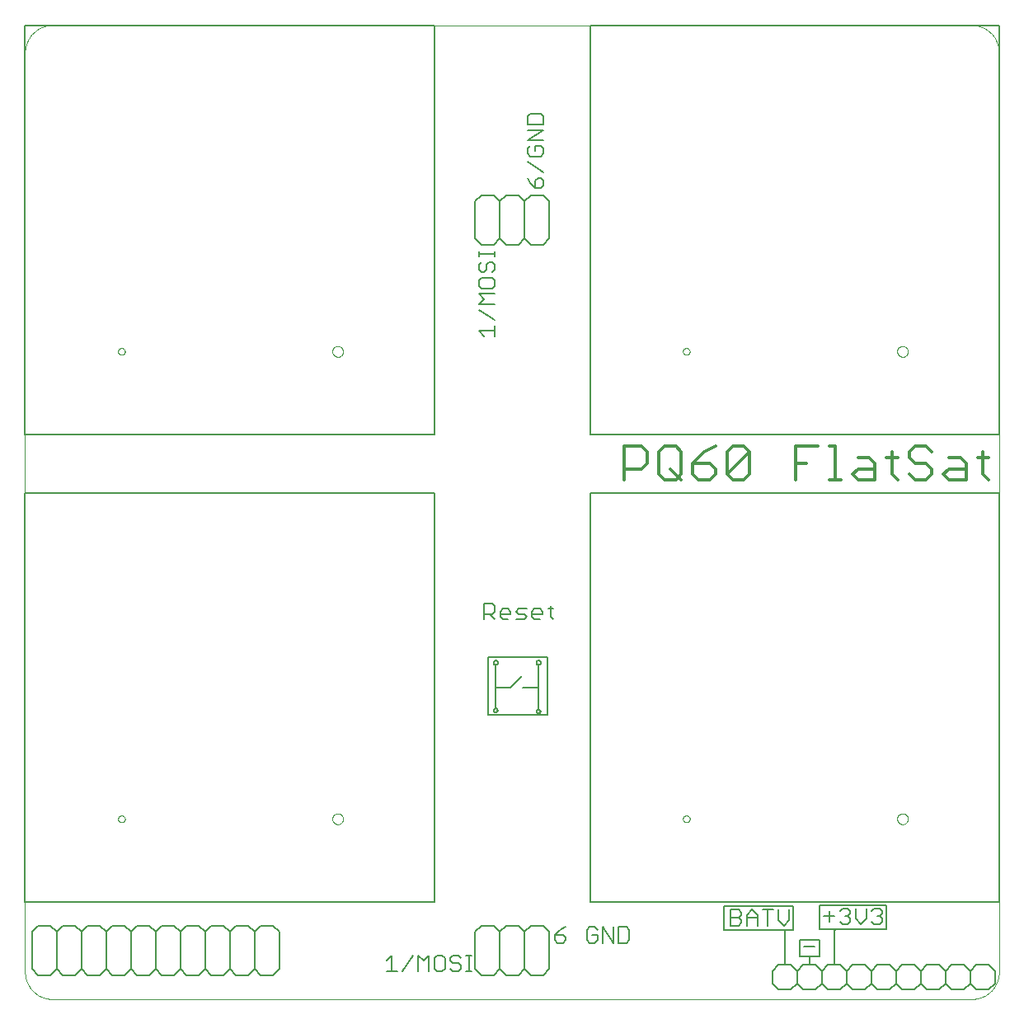
<source format=gto>
G75*
%MOIN*%
%OFA0B0*%
%FSLAX25Y25*%
%IPPOS*%
%LPD*%
%AMOC8*
5,1,8,0,0,1.08239X$1,22.5*
%
%ADD10C,0.00600*%
%ADD11C,0.00394*%
%ADD12C,0.01200*%
%ADD13C,0.00000*%
%ADD14C,0.00500*%
D10*
X0007550Y0011085D02*
X0012550Y0011085D01*
X0015050Y0013585D01*
X0015050Y0028585D01*
X0017550Y0031085D01*
X0022550Y0031085D01*
X0025050Y0028585D01*
X0025050Y0013585D01*
X0027550Y0011085D01*
X0032550Y0011085D01*
X0035050Y0013585D01*
X0035050Y0028585D01*
X0037550Y0031085D01*
X0042550Y0031085D01*
X0045050Y0028585D01*
X0045050Y0013585D01*
X0047550Y0011085D01*
X0052550Y0011085D01*
X0055050Y0013585D01*
X0055050Y0028585D01*
X0057550Y0031085D01*
X0062550Y0031085D01*
X0065050Y0028585D01*
X0065050Y0013585D01*
X0067550Y0011085D01*
X0072550Y0011085D01*
X0075050Y0013585D01*
X0075050Y0028585D01*
X0077550Y0031085D01*
X0082550Y0031085D01*
X0085050Y0028585D01*
X0085050Y0013585D01*
X0082550Y0011085D01*
X0077550Y0011085D01*
X0075050Y0013585D01*
X0065050Y0013585D02*
X0062550Y0011085D01*
X0057550Y0011085D01*
X0055050Y0013585D01*
X0045050Y0013585D02*
X0042550Y0011085D01*
X0037550Y0011085D01*
X0035050Y0013585D01*
X0025050Y0013585D02*
X0022550Y0011085D01*
X0017550Y0011085D01*
X0015050Y0013585D01*
X0007550Y0011085D02*
X0005050Y0013585D01*
X0005050Y0028585D01*
X0007550Y0031085D01*
X0012550Y0031085D01*
X0015050Y0028585D01*
X0025050Y0028585D02*
X0027550Y0031085D01*
X0032550Y0031085D01*
X0035050Y0028585D01*
X0045050Y0028585D02*
X0047550Y0031085D01*
X0052550Y0031085D01*
X0055050Y0028585D01*
X0065050Y0028585D02*
X0067550Y0031085D01*
X0072550Y0031085D01*
X0075050Y0028585D01*
X0085050Y0028585D02*
X0087550Y0031085D01*
X0092550Y0031085D01*
X0095050Y0028585D01*
X0097550Y0031085D01*
X0102550Y0031085D01*
X0105050Y0028585D01*
X0105050Y0013585D01*
X0102550Y0011085D01*
X0097550Y0011085D01*
X0095050Y0013585D01*
X0095050Y0028585D01*
X0095050Y0013585D02*
X0092550Y0011085D01*
X0087550Y0011085D01*
X0085050Y0013585D01*
X0148394Y0012700D02*
X0152664Y0012700D01*
X0150529Y0012700D02*
X0150529Y0019105D01*
X0148394Y0016970D01*
X0154840Y0012700D02*
X0159110Y0019105D01*
X0161285Y0019105D02*
X0161285Y0012700D01*
X0165555Y0012700D02*
X0165555Y0019105D01*
X0163420Y0016970D01*
X0161285Y0019105D01*
X0167731Y0018038D02*
X0167731Y0013768D01*
X0168798Y0012700D01*
X0170933Y0012700D01*
X0172001Y0013768D01*
X0172001Y0018038D01*
X0170933Y0019105D01*
X0168798Y0019105D01*
X0167731Y0018038D01*
X0174176Y0018038D02*
X0174176Y0016970D01*
X0175244Y0015903D01*
X0177379Y0015903D01*
X0178446Y0014835D01*
X0178446Y0013768D01*
X0177379Y0012700D01*
X0175244Y0012700D01*
X0174176Y0013768D01*
X0174176Y0018038D02*
X0175244Y0019105D01*
X0177379Y0019105D01*
X0178446Y0018038D01*
X0180622Y0019105D02*
X0182757Y0019105D01*
X0181689Y0019105D02*
X0181689Y0012700D01*
X0180622Y0012700D02*
X0182757Y0012700D01*
X0184144Y0013585D02*
X0184144Y0028585D01*
X0186644Y0031085D01*
X0191644Y0031085D01*
X0194144Y0028585D01*
X0194144Y0013585D01*
X0196644Y0011085D01*
X0201644Y0011085D01*
X0204144Y0013585D01*
X0206644Y0011085D01*
X0211644Y0011085D01*
X0214144Y0013585D01*
X0214144Y0028585D01*
X0211644Y0031085D01*
X0206644Y0031085D01*
X0204144Y0028585D01*
X0204144Y0013585D01*
X0194144Y0013585D02*
X0191644Y0011085D01*
X0186644Y0011085D01*
X0184144Y0013585D01*
X0194144Y0028585D02*
X0196644Y0031085D01*
X0201644Y0031085D01*
X0204144Y0028585D01*
X0216494Y0027303D02*
X0219697Y0027303D01*
X0220764Y0026235D01*
X0220764Y0025168D01*
X0219697Y0024100D01*
X0217562Y0024100D01*
X0216494Y0025168D01*
X0216494Y0027303D01*
X0218629Y0029438D01*
X0220764Y0030505D01*
X0229385Y0029438D02*
X0229385Y0025168D01*
X0230453Y0024100D01*
X0232588Y0024100D01*
X0233655Y0025168D01*
X0233655Y0027303D01*
X0231520Y0027303D01*
X0229385Y0029438D02*
X0230453Y0030505D01*
X0232588Y0030505D01*
X0233655Y0029438D01*
X0235831Y0030505D02*
X0240101Y0024100D01*
X0240101Y0030505D01*
X0242276Y0030505D02*
X0242276Y0024100D01*
X0245479Y0024100D01*
X0246546Y0025168D01*
X0246546Y0029438D01*
X0245479Y0030505D01*
X0242276Y0030505D01*
X0235831Y0030505D02*
X0235831Y0024100D01*
X0230641Y0040770D02*
X0395995Y0040770D01*
X0395995Y0206124D01*
X0230641Y0206124D01*
X0230641Y0040770D01*
X0284794Y0038900D02*
X0284794Y0029300D01*
X0312794Y0029300D01*
X0312794Y0038900D01*
X0284794Y0038900D01*
X0287594Y0037505D02*
X0290797Y0037505D01*
X0291864Y0036438D01*
X0291864Y0035370D01*
X0290797Y0034303D01*
X0287594Y0034303D01*
X0287594Y0037505D02*
X0287594Y0031100D01*
X0290797Y0031100D01*
X0291864Y0032168D01*
X0291864Y0033235D01*
X0290797Y0034303D01*
X0294040Y0034303D02*
X0298310Y0034303D01*
X0298310Y0035370D02*
X0298310Y0031100D01*
X0300894Y0029200D02*
X0309394Y0029200D01*
X0309394Y0015200D01*
X0306894Y0015300D02*
X0311894Y0015300D01*
X0314394Y0012800D01*
X0316894Y0015300D01*
X0321894Y0015300D01*
X0324394Y0012800D01*
X0326894Y0015300D01*
X0331894Y0015300D01*
X0334394Y0012800D01*
X0336894Y0015300D01*
X0341894Y0015300D01*
X0344394Y0012800D01*
X0346894Y0015300D01*
X0351894Y0015300D01*
X0354394Y0012800D01*
X0356894Y0015300D01*
X0361894Y0015300D01*
X0364394Y0012800D01*
X0366894Y0015300D01*
X0371894Y0015300D01*
X0374394Y0012800D01*
X0376894Y0015300D01*
X0381894Y0015300D01*
X0384394Y0012800D01*
X0386894Y0015300D01*
X0391894Y0015300D01*
X0394394Y0012800D01*
X0394394Y0007800D01*
X0391894Y0005300D01*
X0386894Y0005300D01*
X0384394Y0007800D01*
X0381894Y0005300D01*
X0376894Y0005300D01*
X0374394Y0007800D01*
X0374394Y0012800D01*
X0374394Y0007800D02*
X0371894Y0005300D01*
X0366894Y0005300D01*
X0364394Y0007800D01*
X0361894Y0005300D01*
X0356894Y0005300D01*
X0354394Y0007800D01*
X0351894Y0005300D01*
X0346894Y0005300D01*
X0344394Y0007800D01*
X0344394Y0012800D01*
X0344394Y0007800D02*
X0341894Y0005300D01*
X0336894Y0005300D01*
X0334394Y0007800D01*
X0331894Y0005300D01*
X0326894Y0005300D01*
X0324394Y0007800D01*
X0321894Y0005300D01*
X0316894Y0005300D01*
X0314394Y0007800D01*
X0311894Y0005300D01*
X0306894Y0005300D01*
X0304394Y0007800D01*
X0304394Y0012800D01*
X0306894Y0015300D01*
X0314394Y0012800D02*
X0314394Y0007800D01*
X0319394Y0015300D02*
X0319394Y0018600D01*
X0315594Y0018600D01*
X0315594Y0025400D01*
X0323494Y0025400D01*
X0323494Y0018600D01*
X0319394Y0018600D01*
X0317294Y0022503D02*
X0321564Y0022503D01*
X0323394Y0029500D02*
X0323394Y0039400D01*
X0350394Y0039400D01*
X0350394Y0029500D01*
X0323394Y0029500D01*
X0327329Y0032768D02*
X0327329Y0037038D01*
X0325194Y0034903D02*
X0329464Y0034903D01*
X0331640Y0037038D02*
X0332707Y0038105D01*
X0334842Y0038105D01*
X0335910Y0037038D01*
X0335910Y0035970D01*
X0334842Y0034903D01*
X0335910Y0033835D01*
X0335910Y0032768D01*
X0334842Y0031700D01*
X0332707Y0031700D01*
X0331640Y0032768D01*
X0333775Y0034903D02*
X0334842Y0034903D01*
X0338085Y0033835D02*
X0340220Y0031700D01*
X0342355Y0033835D01*
X0342355Y0038105D01*
X0344531Y0037038D02*
X0345598Y0038105D01*
X0347733Y0038105D01*
X0348801Y0037038D01*
X0348801Y0035970D01*
X0347733Y0034903D01*
X0348801Y0033835D01*
X0348801Y0032768D01*
X0347733Y0031700D01*
X0345598Y0031700D01*
X0344531Y0032768D01*
X0346666Y0034903D02*
X0347733Y0034903D01*
X0338085Y0033835D02*
X0338085Y0038105D01*
X0329794Y0029400D02*
X0329494Y0029400D01*
X0329494Y0015300D01*
X0324394Y0012800D02*
X0324394Y0007800D01*
X0334394Y0007800D02*
X0334394Y0012800D01*
X0354394Y0012800D02*
X0354394Y0007800D01*
X0364394Y0007800D02*
X0364394Y0012800D01*
X0384394Y0012800D02*
X0384394Y0007800D01*
X0311201Y0033235D02*
X0311201Y0037505D01*
X0311201Y0033235D02*
X0309066Y0031100D01*
X0306931Y0033235D01*
X0306931Y0037505D01*
X0304755Y0037505D02*
X0300485Y0037505D01*
X0302620Y0037505D02*
X0302620Y0031100D01*
X0298310Y0035370D02*
X0296175Y0037505D01*
X0294040Y0035370D01*
X0294040Y0031100D01*
X0167648Y0040770D02*
X0002294Y0040770D01*
X0002294Y0206124D01*
X0167648Y0206124D01*
X0167648Y0040770D01*
X0187894Y0154900D02*
X0187894Y0161305D01*
X0191097Y0161305D01*
X0192164Y0160238D01*
X0192164Y0158103D01*
X0191097Y0157035D01*
X0187894Y0157035D01*
X0190029Y0157035D02*
X0192164Y0154900D01*
X0194340Y0155968D02*
X0194340Y0158103D01*
X0195407Y0159170D01*
X0197542Y0159170D01*
X0198610Y0158103D01*
X0198610Y0157035D01*
X0194340Y0157035D01*
X0194340Y0155968D02*
X0195407Y0154900D01*
X0197542Y0154900D01*
X0200785Y0154900D02*
X0203988Y0154900D01*
X0205055Y0155968D01*
X0203988Y0157035D01*
X0201853Y0157035D01*
X0200785Y0158103D01*
X0201853Y0159170D01*
X0205055Y0159170D01*
X0207231Y0158103D02*
X0208298Y0159170D01*
X0210433Y0159170D01*
X0211501Y0158103D01*
X0211501Y0157035D01*
X0207231Y0157035D01*
X0207231Y0155968D02*
X0207231Y0158103D01*
X0207231Y0155968D02*
X0208298Y0154900D01*
X0210433Y0154900D01*
X0214744Y0155968D02*
X0214744Y0160238D01*
X0215811Y0159170D02*
X0213676Y0159170D01*
X0214744Y0155968D02*
X0215811Y0154900D01*
X0230641Y0229746D02*
X0230641Y0395101D01*
X0395995Y0395101D01*
X0395995Y0229746D01*
X0230641Y0229746D01*
X0192094Y0269400D02*
X0192094Y0273670D01*
X0192094Y0271535D02*
X0185689Y0271535D01*
X0187824Y0269400D01*
X0192094Y0275845D02*
X0185689Y0280116D01*
X0185689Y0282291D02*
X0187824Y0284426D01*
X0185689Y0286561D01*
X0192094Y0286561D01*
X0191027Y0288736D02*
X0192094Y0289804D01*
X0192094Y0291939D01*
X0191027Y0293007D01*
X0186756Y0293007D01*
X0185689Y0291939D01*
X0185689Y0289804D01*
X0186756Y0288736D01*
X0191027Y0288736D01*
X0192094Y0282291D02*
X0185689Y0282291D01*
X0186756Y0295182D02*
X0187824Y0295182D01*
X0188891Y0296250D01*
X0188891Y0298385D01*
X0189959Y0299452D01*
X0191027Y0299452D01*
X0192094Y0298385D01*
X0192094Y0296250D01*
X0191027Y0295182D01*
X0186756Y0295182D02*
X0185689Y0296250D01*
X0185689Y0298385D01*
X0186756Y0299452D01*
X0185689Y0301627D02*
X0185689Y0303763D01*
X0185689Y0302695D02*
X0192094Y0302695D01*
X0192094Y0301627D02*
X0192094Y0303763D01*
X0191644Y0306361D02*
X0186644Y0306361D01*
X0184144Y0308861D01*
X0184144Y0323861D01*
X0186644Y0326361D01*
X0191644Y0326361D01*
X0194144Y0323861D01*
X0194144Y0308861D01*
X0196644Y0306361D01*
X0201644Y0306361D01*
X0204144Y0308861D01*
X0206644Y0306361D01*
X0211644Y0306361D01*
X0214144Y0308861D01*
X0214144Y0323861D01*
X0211644Y0326361D01*
X0206644Y0326361D01*
X0204144Y0323861D01*
X0204144Y0308861D01*
X0194144Y0308861D02*
X0191644Y0306361D01*
X0194144Y0323861D02*
X0196644Y0326361D01*
X0201644Y0326361D01*
X0204144Y0323861D01*
X0208591Y0329200D02*
X0208591Y0332403D01*
X0209659Y0333470D01*
X0210727Y0333470D01*
X0211794Y0332403D01*
X0211794Y0330268D01*
X0210727Y0329200D01*
X0208591Y0329200D01*
X0206456Y0331335D01*
X0205389Y0333470D01*
X0205389Y0339916D02*
X0211794Y0335645D01*
X0210727Y0342091D02*
X0206456Y0342091D01*
X0205389Y0343159D01*
X0205389Y0345294D01*
X0206456Y0346361D01*
X0208591Y0346361D02*
X0208591Y0344226D01*
X0208591Y0346361D02*
X0210727Y0346361D01*
X0211794Y0345294D01*
X0211794Y0343159D01*
X0210727Y0342091D01*
X0211794Y0348536D02*
X0205389Y0348536D01*
X0211794Y0352807D01*
X0205389Y0352807D01*
X0205389Y0354982D02*
X0205389Y0358185D01*
X0206456Y0359252D01*
X0210727Y0359252D01*
X0211794Y0358185D01*
X0211794Y0354982D01*
X0205389Y0354982D01*
X0167648Y0395101D02*
X0167648Y0229746D01*
X0002294Y0229746D01*
X0002294Y0395101D01*
X0167648Y0395101D01*
D11*
X0014105Y0395101D02*
X0384184Y0395101D01*
X0384454Y0395117D01*
X0384724Y0395126D01*
X0384994Y0395129D01*
X0385265Y0395125D01*
X0385535Y0395115D01*
X0385805Y0395097D01*
X0386075Y0395074D01*
X0386344Y0395043D01*
X0386612Y0395007D01*
X0386879Y0394963D01*
X0387144Y0394913D01*
X0387409Y0394857D01*
X0387672Y0394794D01*
X0387934Y0394725D01*
X0388193Y0394649D01*
X0388451Y0394567D01*
X0388707Y0394478D01*
X0388960Y0394384D01*
X0389211Y0394283D01*
X0389460Y0394176D01*
X0389706Y0394063D01*
X0389949Y0393945D01*
X0390189Y0393820D01*
X0390426Y0393689D01*
X0390659Y0393553D01*
X0390889Y0393411D01*
X0391116Y0393263D01*
X0391339Y0393110D01*
X0391558Y0392951D01*
X0391773Y0392788D01*
X0391985Y0392618D01*
X0392192Y0392444D01*
X0392394Y0392265D01*
X0392592Y0392081D01*
X0392786Y0391892D01*
X0392975Y0391698D01*
X0393159Y0391500D01*
X0393338Y0391298D01*
X0393512Y0391091D01*
X0393682Y0390879D01*
X0393845Y0390664D01*
X0394004Y0390445D01*
X0394157Y0390222D01*
X0394305Y0389995D01*
X0394447Y0389765D01*
X0394583Y0389532D01*
X0394714Y0389295D01*
X0394839Y0389055D01*
X0394957Y0388812D01*
X0395070Y0388566D01*
X0395177Y0388317D01*
X0395278Y0388066D01*
X0395372Y0387813D01*
X0395461Y0387557D01*
X0395543Y0387299D01*
X0395619Y0387040D01*
X0395688Y0386778D01*
X0395751Y0386515D01*
X0395807Y0386250D01*
X0395857Y0385985D01*
X0395901Y0385718D01*
X0395937Y0385450D01*
X0395968Y0385181D01*
X0395991Y0384911D01*
X0396009Y0384641D01*
X0396019Y0384371D01*
X0396023Y0384100D01*
X0396020Y0383830D01*
X0396011Y0383560D01*
X0395995Y0383290D01*
X0395995Y0013211D01*
X0396011Y0012941D01*
X0396020Y0012671D01*
X0396023Y0012401D01*
X0396019Y0012130D01*
X0396009Y0011860D01*
X0395991Y0011590D01*
X0395968Y0011320D01*
X0395937Y0011051D01*
X0395901Y0010783D01*
X0395857Y0010516D01*
X0395807Y0010251D01*
X0395751Y0009986D01*
X0395688Y0009723D01*
X0395619Y0009461D01*
X0395543Y0009202D01*
X0395461Y0008944D01*
X0395372Y0008688D01*
X0395278Y0008435D01*
X0395177Y0008184D01*
X0395070Y0007935D01*
X0394957Y0007689D01*
X0394839Y0007446D01*
X0394714Y0007206D01*
X0394583Y0006969D01*
X0394447Y0006736D01*
X0394305Y0006506D01*
X0394157Y0006279D01*
X0394004Y0006056D01*
X0393845Y0005837D01*
X0393682Y0005622D01*
X0393512Y0005410D01*
X0393338Y0005203D01*
X0393159Y0005001D01*
X0392975Y0004803D01*
X0392786Y0004609D01*
X0392592Y0004420D01*
X0392394Y0004236D01*
X0392192Y0004057D01*
X0391985Y0003883D01*
X0391773Y0003713D01*
X0391558Y0003550D01*
X0391339Y0003391D01*
X0391116Y0003238D01*
X0390889Y0003090D01*
X0390659Y0002948D01*
X0390426Y0002812D01*
X0390189Y0002681D01*
X0389949Y0002556D01*
X0389706Y0002438D01*
X0389460Y0002325D01*
X0389211Y0002218D01*
X0388960Y0002117D01*
X0388707Y0002023D01*
X0388451Y0001934D01*
X0388193Y0001852D01*
X0387934Y0001776D01*
X0387672Y0001707D01*
X0387409Y0001644D01*
X0387144Y0001588D01*
X0386879Y0001538D01*
X0386612Y0001494D01*
X0386344Y0001458D01*
X0386075Y0001427D01*
X0385805Y0001404D01*
X0385535Y0001386D01*
X0385265Y0001376D01*
X0384994Y0001372D01*
X0384724Y0001375D01*
X0384454Y0001384D01*
X0384184Y0001400D01*
X0014105Y0001400D01*
X0013835Y0001384D01*
X0013565Y0001375D01*
X0013295Y0001372D01*
X0013024Y0001376D01*
X0012754Y0001386D01*
X0012484Y0001404D01*
X0012214Y0001427D01*
X0011945Y0001458D01*
X0011677Y0001494D01*
X0011410Y0001538D01*
X0011145Y0001588D01*
X0010880Y0001644D01*
X0010617Y0001707D01*
X0010355Y0001776D01*
X0010096Y0001852D01*
X0009838Y0001934D01*
X0009582Y0002023D01*
X0009329Y0002117D01*
X0009078Y0002218D01*
X0008829Y0002325D01*
X0008583Y0002438D01*
X0008340Y0002556D01*
X0008100Y0002681D01*
X0007863Y0002812D01*
X0007630Y0002948D01*
X0007400Y0003090D01*
X0007173Y0003238D01*
X0006950Y0003391D01*
X0006731Y0003550D01*
X0006516Y0003713D01*
X0006304Y0003883D01*
X0006097Y0004057D01*
X0005895Y0004236D01*
X0005697Y0004420D01*
X0005503Y0004609D01*
X0005314Y0004803D01*
X0005130Y0005001D01*
X0004951Y0005203D01*
X0004777Y0005410D01*
X0004607Y0005622D01*
X0004444Y0005837D01*
X0004285Y0006056D01*
X0004132Y0006279D01*
X0003984Y0006506D01*
X0003842Y0006736D01*
X0003706Y0006969D01*
X0003575Y0007206D01*
X0003450Y0007446D01*
X0003332Y0007689D01*
X0003219Y0007935D01*
X0003112Y0008184D01*
X0003011Y0008435D01*
X0002917Y0008688D01*
X0002828Y0008944D01*
X0002746Y0009202D01*
X0002670Y0009461D01*
X0002601Y0009723D01*
X0002538Y0009986D01*
X0002482Y0010251D01*
X0002432Y0010516D01*
X0002388Y0010783D01*
X0002352Y0011051D01*
X0002321Y0011320D01*
X0002298Y0011590D01*
X0002280Y0011860D01*
X0002270Y0012130D01*
X0002266Y0012401D01*
X0002269Y0012671D01*
X0002278Y0012941D01*
X0002294Y0013211D01*
X0002294Y0383290D01*
X0002278Y0383560D01*
X0002269Y0383830D01*
X0002266Y0384100D01*
X0002270Y0384371D01*
X0002280Y0384641D01*
X0002298Y0384911D01*
X0002321Y0385181D01*
X0002352Y0385450D01*
X0002388Y0385718D01*
X0002432Y0385985D01*
X0002482Y0386250D01*
X0002538Y0386515D01*
X0002601Y0386778D01*
X0002670Y0387040D01*
X0002746Y0387299D01*
X0002828Y0387557D01*
X0002917Y0387813D01*
X0003011Y0388066D01*
X0003112Y0388317D01*
X0003219Y0388566D01*
X0003332Y0388812D01*
X0003450Y0389055D01*
X0003575Y0389295D01*
X0003706Y0389532D01*
X0003842Y0389765D01*
X0003984Y0389995D01*
X0004132Y0390222D01*
X0004285Y0390445D01*
X0004444Y0390664D01*
X0004607Y0390879D01*
X0004777Y0391091D01*
X0004951Y0391298D01*
X0005130Y0391500D01*
X0005314Y0391698D01*
X0005503Y0391892D01*
X0005697Y0392081D01*
X0005895Y0392265D01*
X0006097Y0392444D01*
X0006304Y0392618D01*
X0006516Y0392788D01*
X0006731Y0392951D01*
X0006950Y0393110D01*
X0007173Y0393263D01*
X0007400Y0393411D01*
X0007630Y0393553D01*
X0007863Y0393689D01*
X0008100Y0393820D01*
X0008340Y0393945D01*
X0008583Y0394063D01*
X0008829Y0394176D01*
X0009078Y0394283D01*
X0009329Y0394384D01*
X0009582Y0394478D01*
X0009838Y0394567D01*
X0010096Y0394649D01*
X0010355Y0394725D01*
X0010617Y0394794D01*
X0010880Y0394857D01*
X0011145Y0394913D01*
X0011410Y0394963D01*
X0011677Y0395007D01*
X0011945Y0395043D01*
X0012214Y0395074D01*
X0012484Y0395097D01*
X0012754Y0395115D01*
X0013024Y0395125D01*
X0013295Y0395129D01*
X0013565Y0395126D01*
X0013835Y0395117D01*
X0014105Y0395101D01*
D12*
X0244594Y0225012D02*
X0244594Y0211200D01*
X0244594Y0215804D02*
X0251500Y0215804D01*
X0253802Y0218106D01*
X0253802Y0222710D01*
X0251500Y0225012D01*
X0244594Y0225012D01*
X0258406Y0222710D02*
X0258406Y0213502D01*
X0260708Y0211200D01*
X0265312Y0211200D01*
X0267614Y0213502D01*
X0267614Y0222710D01*
X0265312Y0225012D01*
X0260708Y0225012D01*
X0258406Y0222710D01*
X0263010Y0215804D02*
X0267614Y0211200D01*
X0272218Y0213502D02*
X0272218Y0218106D01*
X0279124Y0218106D01*
X0281426Y0215804D01*
X0281426Y0213502D01*
X0279124Y0211200D01*
X0274520Y0211200D01*
X0272218Y0213502D01*
X0272218Y0218106D02*
X0276822Y0222710D01*
X0281426Y0225012D01*
X0286029Y0222710D02*
X0288331Y0225012D01*
X0292935Y0225012D01*
X0295237Y0222710D01*
X0286029Y0213502D01*
X0288331Y0211200D01*
X0292935Y0211200D01*
X0295237Y0213502D01*
X0295237Y0222710D01*
X0286029Y0222710D02*
X0286029Y0213502D01*
X0313653Y0211200D02*
X0313653Y0225012D01*
X0322861Y0225012D01*
X0327465Y0225012D02*
X0329767Y0225012D01*
X0329767Y0211200D01*
X0327465Y0211200D02*
X0332069Y0211200D01*
X0336673Y0213502D02*
X0338975Y0215804D01*
X0345881Y0215804D01*
X0345881Y0218106D02*
X0345881Y0211200D01*
X0338975Y0211200D01*
X0336673Y0213502D01*
X0338975Y0220408D02*
X0343579Y0220408D01*
X0345881Y0218106D01*
X0350485Y0220408D02*
X0355088Y0220408D01*
X0352787Y0222710D02*
X0352787Y0213502D01*
X0355088Y0211200D01*
X0359692Y0213502D02*
X0361994Y0211200D01*
X0366598Y0211200D01*
X0368900Y0213502D01*
X0368900Y0215804D01*
X0366598Y0218106D01*
X0361994Y0218106D01*
X0359692Y0220408D01*
X0359692Y0222710D01*
X0361994Y0225012D01*
X0366598Y0225012D01*
X0368900Y0222710D01*
X0375806Y0220408D02*
X0380410Y0220408D01*
X0382712Y0218106D01*
X0382712Y0211200D01*
X0375806Y0211200D01*
X0373504Y0213502D01*
X0375806Y0215804D01*
X0382712Y0215804D01*
X0387316Y0220408D02*
X0391920Y0220408D01*
X0389618Y0222710D02*
X0389618Y0213502D01*
X0391920Y0211200D01*
X0318257Y0218106D02*
X0313653Y0218106D01*
D13*
X0354854Y0263211D02*
X0354856Y0263304D01*
X0354862Y0263396D01*
X0354872Y0263488D01*
X0354886Y0263579D01*
X0354903Y0263670D01*
X0354925Y0263760D01*
X0354950Y0263849D01*
X0354979Y0263937D01*
X0355012Y0264023D01*
X0355049Y0264108D01*
X0355089Y0264192D01*
X0355133Y0264273D01*
X0355180Y0264353D01*
X0355230Y0264431D01*
X0355284Y0264506D01*
X0355341Y0264579D01*
X0355401Y0264649D01*
X0355464Y0264717D01*
X0355530Y0264782D01*
X0355598Y0264844D01*
X0355669Y0264904D01*
X0355743Y0264960D01*
X0355819Y0265013D01*
X0355897Y0265062D01*
X0355977Y0265109D01*
X0356059Y0265151D01*
X0356143Y0265191D01*
X0356228Y0265226D01*
X0356315Y0265258D01*
X0356403Y0265287D01*
X0356492Y0265311D01*
X0356582Y0265332D01*
X0356673Y0265348D01*
X0356765Y0265361D01*
X0356857Y0265370D01*
X0356950Y0265375D01*
X0357042Y0265376D01*
X0357135Y0265373D01*
X0357227Y0265366D01*
X0357319Y0265355D01*
X0357410Y0265340D01*
X0357501Y0265322D01*
X0357591Y0265299D01*
X0357679Y0265273D01*
X0357767Y0265243D01*
X0357853Y0265209D01*
X0357937Y0265172D01*
X0358020Y0265130D01*
X0358101Y0265086D01*
X0358181Y0265038D01*
X0358258Y0264987D01*
X0358332Y0264932D01*
X0358405Y0264874D01*
X0358475Y0264814D01*
X0358542Y0264750D01*
X0358606Y0264684D01*
X0358668Y0264614D01*
X0358726Y0264543D01*
X0358781Y0264469D01*
X0358833Y0264392D01*
X0358882Y0264313D01*
X0358928Y0264233D01*
X0358970Y0264150D01*
X0359008Y0264066D01*
X0359043Y0263980D01*
X0359074Y0263893D01*
X0359101Y0263805D01*
X0359124Y0263715D01*
X0359144Y0263625D01*
X0359160Y0263534D01*
X0359172Y0263442D01*
X0359180Y0263350D01*
X0359184Y0263257D01*
X0359184Y0263165D01*
X0359180Y0263072D01*
X0359172Y0262980D01*
X0359160Y0262888D01*
X0359144Y0262797D01*
X0359124Y0262707D01*
X0359101Y0262617D01*
X0359074Y0262529D01*
X0359043Y0262442D01*
X0359008Y0262356D01*
X0358970Y0262272D01*
X0358928Y0262189D01*
X0358882Y0262109D01*
X0358833Y0262030D01*
X0358781Y0261953D01*
X0358726Y0261879D01*
X0358668Y0261808D01*
X0358606Y0261738D01*
X0358542Y0261672D01*
X0358475Y0261608D01*
X0358405Y0261548D01*
X0358332Y0261490D01*
X0358258Y0261435D01*
X0358181Y0261384D01*
X0358102Y0261336D01*
X0358020Y0261292D01*
X0357937Y0261250D01*
X0357853Y0261213D01*
X0357767Y0261179D01*
X0357679Y0261149D01*
X0357591Y0261123D01*
X0357501Y0261100D01*
X0357410Y0261082D01*
X0357319Y0261067D01*
X0357227Y0261056D01*
X0357135Y0261049D01*
X0357042Y0261046D01*
X0356950Y0261047D01*
X0356857Y0261052D01*
X0356765Y0261061D01*
X0356673Y0261074D01*
X0356582Y0261090D01*
X0356492Y0261111D01*
X0356403Y0261135D01*
X0356315Y0261164D01*
X0356228Y0261196D01*
X0356143Y0261231D01*
X0356059Y0261271D01*
X0355977Y0261313D01*
X0355897Y0261360D01*
X0355819Y0261409D01*
X0355743Y0261462D01*
X0355669Y0261518D01*
X0355598Y0261578D01*
X0355530Y0261640D01*
X0355464Y0261705D01*
X0355401Y0261773D01*
X0355341Y0261843D01*
X0355284Y0261916D01*
X0355230Y0261991D01*
X0355180Y0262069D01*
X0355133Y0262149D01*
X0355089Y0262230D01*
X0355049Y0262314D01*
X0355012Y0262399D01*
X0354979Y0262485D01*
X0354950Y0262573D01*
X0354925Y0262662D01*
X0354903Y0262752D01*
X0354886Y0262843D01*
X0354872Y0262934D01*
X0354862Y0263026D01*
X0354856Y0263118D01*
X0354854Y0263211D01*
X0268239Y0263211D02*
X0268241Y0263285D01*
X0268247Y0263359D01*
X0268257Y0263432D01*
X0268271Y0263505D01*
X0268288Y0263577D01*
X0268310Y0263647D01*
X0268335Y0263717D01*
X0268364Y0263785D01*
X0268397Y0263851D01*
X0268433Y0263916D01*
X0268473Y0263978D01*
X0268515Y0264039D01*
X0268561Y0264097D01*
X0268610Y0264152D01*
X0268662Y0264205D01*
X0268717Y0264255D01*
X0268774Y0264301D01*
X0268834Y0264345D01*
X0268896Y0264385D01*
X0268960Y0264422D01*
X0269026Y0264456D01*
X0269094Y0264486D01*
X0269163Y0264512D01*
X0269234Y0264535D01*
X0269305Y0264553D01*
X0269378Y0264568D01*
X0269451Y0264579D01*
X0269525Y0264586D01*
X0269599Y0264589D01*
X0269672Y0264588D01*
X0269746Y0264583D01*
X0269820Y0264574D01*
X0269893Y0264561D01*
X0269965Y0264544D01*
X0270036Y0264524D01*
X0270106Y0264499D01*
X0270174Y0264471D01*
X0270241Y0264440D01*
X0270306Y0264404D01*
X0270369Y0264366D01*
X0270430Y0264324D01*
X0270489Y0264278D01*
X0270545Y0264230D01*
X0270598Y0264179D01*
X0270648Y0264125D01*
X0270696Y0264068D01*
X0270740Y0264009D01*
X0270782Y0263947D01*
X0270820Y0263884D01*
X0270854Y0263818D01*
X0270885Y0263751D01*
X0270912Y0263682D01*
X0270935Y0263612D01*
X0270955Y0263541D01*
X0270971Y0263468D01*
X0270983Y0263395D01*
X0270991Y0263322D01*
X0270995Y0263248D01*
X0270995Y0263174D01*
X0270991Y0263100D01*
X0270983Y0263027D01*
X0270971Y0262954D01*
X0270955Y0262881D01*
X0270935Y0262810D01*
X0270912Y0262740D01*
X0270885Y0262671D01*
X0270854Y0262604D01*
X0270820Y0262538D01*
X0270782Y0262475D01*
X0270740Y0262413D01*
X0270696Y0262354D01*
X0270648Y0262297D01*
X0270598Y0262243D01*
X0270545Y0262192D01*
X0270489Y0262144D01*
X0270430Y0262098D01*
X0270369Y0262056D01*
X0270306Y0262018D01*
X0270241Y0261982D01*
X0270174Y0261951D01*
X0270106Y0261923D01*
X0270036Y0261898D01*
X0269965Y0261878D01*
X0269893Y0261861D01*
X0269820Y0261848D01*
X0269746Y0261839D01*
X0269672Y0261834D01*
X0269599Y0261833D01*
X0269525Y0261836D01*
X0269451Y0261843D01*
X0269378Y0261854D01*
X0269305Y0261869D01*
X0269234Y0261887D01*
X0269163Y0261910D01*
X0269094Y0261936D01*
X0269026Y0261966D01*
X0268960Y0262000D01*
X0268896Y0262037D01*
X0268834Y0262077D01*
X0268774Y0262121D01*
X0268717Y0262167D01*
X0268662Y0262217D01*
X0268610Y0262270D01*
X0268561Y0262325D01*
X0268515Y0262383D01*
X0268473Y0262444D01*
X0268433Y0262506D01*
X0268397Y0262571D01*
X0268364Y0262637D01*
X0268335Y0262705D01*
X0268310Y0262775D01*
X0268288Y0262845D01*
X0268271Y0262917D01*
X0268257Y0262990D01*
X0268247Y0263063D01*
X0268241Y0263137D01*
X0268239Y0263211D01*
X0126507Y0263211D02*
X0126509Y0263304D01*
X0126515Y0263396D01*
X0126525Y0263488D01*
X0126539Y0263579D01*
X0126556Y0263670D01*
X0126578Y0263760D01*
X0126603Y0263849D01*
X0126632Y0263937D01*
X0126665Y0264023D01*
X0126702Y0264108D01*
X0126742Y0264192D01*
X0126786Y0264273D01*
X0126833Y0264353D01*
X0126883Y0264431D01*
X0126937Y0264506D01*
X0126994Y0264579D01*
X0127054Y0264649D01*
X0127117Y0264717D01*
X0127183Y0264782D01*
X0127251Y0264844D01*
X0127322Y0264904D01*
X0127396Y0264960D01*
X0127472Y0265013D01*
X0127550Y0265062D01*
X0127630Y0265109D01*
X0127712Y0265151D01*
X0127796Y0265191D01*
X0127881Y0265226D01*
X0127968Y0265258D01*
X0128056Y0265287D01*
X0128145Y0265311D01*
X0128235Y0265332D01*
X0128326Y0265348D01*
X0128418Y0265361D01*
X0128510Y0265370D01*
X0128603Y0265375D01*
X0128695Y0265376D01*
X0128788Y0265373D01*
X0128880Y0265366D01*
X0128972Y0265355D01*
X0129063Y0265340D01*
X0129154Y0265322D01*
X0129244Y0265299D01*
X0129332Y0265273D01*
X0129420Y0265243D01*
X0129506Y0265209D01*
X0129590Y0265172D01*
X0129673Y0265130D01*
X0129754Y0265086D01*
X0129834Y0265038D01*
X0129911Y0264987D01*
X0129985Y0264932D01*
X0130058Y0264874D01*
X0130128Y0264814D01*
X0130195Y0264750D01*
X0130259Y0264684D01*
X0130321Y0264614D01*
X0130379Y0264543D01*
X0130434Y0264469D01*
X0130486Y0264392D01*
X0130535Y0264313D01*
X0130581Y0264233D01*
X0130623Y0264150D01*
X0130661Y0264066D01*
X0130696Y0263980D01*
X0130727Y0263893D01*
X0130754Y0263805D01*
X0130777Y0263715D01*
X0130797Y0263625D01*
X0130813Y0263534D01*
X0130825Y0263442D01*
X0130833Y0263350D01*
X0130837Y0263257D01*
X0130837Y0263165D01*
X0130833Y0263072D01*
X0130825Y0262980D01*
X0130813Y0262888D01*
X0130797Y0262797D01*
X0130777Y0262707D01*
X0130754Y0262617D01*
X0130727Y0262529D01*
X0130696Y0262442D01*
X0130661Y0262356D01*
X0130623Y0262272D01*
X0130581Y0262189D01*
X0130535Y0262109D01*
X0130486Y0262030D01*
X0130434Y0261953D01*
X0130379Y0261879D01*
X0130321Y0261808D01*
X0130259Y0261738D01*
X0130195Y0261672D01*
X0130128Y0261608D01*
X0130058Y0261548D01*
X0129985Y0261490D01*
X0129911Y0261435D01*
X0129834Y0261384D01*
X0129755Y0261336D01*
X0129673Y0261292D01*
X0129590Y0261250D01*
X0129506Y0261213D01*
X0129420Y0261179D01*
X0129332Y0261149D01*
X0129244Y0261123D01*
X0129154Y0261100D01*
X0129063Y0261082D01*
X0128972Y0261067D01*
X0128880Y0261056D01*
X0128788Y0261049D01*
X0128695Y0261046D01*
X0128603Y0261047D01*
X0128510Y0261052D01*
X0128418Y0261061D01*
X0128326Y0261074D01*
X0128235Y0261090D01*
X0128145Y0261111D01*
X0128056Y0261135D01*
X0127968Y0261164D01*
X0127881Y0261196D01*
X0127796Y0261231D01*
X0127712Y0261271D01*
X0127630Y0261313D01*
X0127550Y0261360D01*
X0127472Y0261409D01*
X0127396Y0261462D01*
X0127322Y0261518D01*
X0127251Y0261578D01*
X0127183Y0261640D01*
X0127117Y0261705D01*
X0127054Y0261773D01*
X0126994Y0261843D01*
X0126937Y0261916D01*
X0126883Y0261991D01*
X0126833Y0262069D01*
X0126786Y0262149D01*
X0126742Y0262230D01*
X0126702Y0262314D01*
X0126665Y0262399D01*
X0126632Y0262485D01*
X0126603Y0262573D01*
X0126578Y0262662D01*
X0126556Y0262752D01*
X0126539Y0262843D01*
X0126525Y0262934D01*
X0126515Y0263026D01*
X0126509Y0263118D01*
X0126507Y0263211D01*
X0039892Y0263211D02*
X0039894Y0263285D01*
X0039900Y0263359D01*
X0039910Y0263432D01*
X0039924Y0263505D01*
X0039941Y0263577D01*
X0039963Y0263647D01*
X0039988Y0263717D01*
X0040017Y0263785D01*
X0040050Y0263851D01*
X0040086Y0263916D01*
X0040126Y0263978D01*
X0040168Y0264039D01*
X0040214Y0264097D01*
X0040263Y0264152D01*
X0040315Y0264205D01*
X0040370Y0264255D01*
X0040427Y0264301D01*
X0040487Y0264345D01*
X0040549Y0264385D01*
X0040613Y0264422D01*
X0040679Y0264456D01*
X0040747Y0264486D01*
X0040816Y0264512D01*
X0040887Y0264535D01*
X0040958Y0264553D01*
X0041031Y0264568D01*
X0041104Y0264579D01*
X0041178Y0264586D01*
X0041252Y0264589D01*
X0041325Y0264588D01*
X0041399Y0264583D01*
X0041473Y0264574D01*
X0041546Y0264561D01*
X0041618Y0264544D01*
X0041689Y0264524D01*
X0041759Y0264499D01*
X0041827Y0264471D01*
X0041894Y0264440D01*
X0041959Y0264404D01*
X0042022Y0264366D01*
X0042083Y0264324D01*
X0042142Y0264278D01*
X0042198Y0264230D01*
X0042251Y0264179D01*
X0042301Y0264125D01*
X0042349Y0264068D01*
X0042393Y0264009D01*
X0042435Y0263947D01*
X0042473Y0263884D01*
X0042507Y0263818D01*
X0042538Y0263751D01*
X0042565Y0263682D01*
X0042588Y0263612D01*
X0042608Y0263541D01*
X0042624Y0263468D01*
X0042636Y0263395D01*
X0042644Y0263322D01*
X0042648Y0263248D01*
X0042648Y0263174D01*
X0042644Y0263100D01*
X0042636Y0263027D01*
X0042624Y0262954D01*
X0042608Y0262881D01*
X0042588Y0262810D01*
X0042565Y0262740D01*
X0042538Y0262671D01*
X0042507Y0262604D01*
X0042473Y0262538D01*
X0042435Y0262475D01*
X0042393Y0262413D01*
X0042349Y0262354D01*
X0042301Y0262297D01*
X0042251Y0262243D01*
X0042198Y0262192D01*
X0042142Y0262144D01*
X0042083Y0262098D01*
X0042022Y0262056D01*
X0041959Y0262018D01*
X0041894Y0261982D01*
X0041827Y0261951D01*
X0041759Y0261923D01*
X0041689Y0261898D01*
X0041618Y0261878D01*
X0041546Y0261861D01*
X0041473Y0261848D01*
X0041399Y0261839D01*
X0041325Y0261834D01*
X0041252Y0261833D01*
X0041178Y0261836D01*
X0041104Y0261843D01*
X0041031Y0261854D01*
X0040958Y0261869D01*
X0040887Y0261887D01*
X0040816Y0261910D01*
X0040747Y0261936D01*
X0040679Y0261966D01*
X0040613Y0262000D01*
X0040549Y0262037D01*
X0040487Y0262077D01*
X0040427Y0262121D01*
X0040370Y0262167D01*
X0040315Y0262217D01*
X0040263Y0262270D01*
X0040214Y0262325D01*
X0040168Y0262383D01*
X0040126Y0262444D01*
X0040086Y0262506D01*
X0040050Y0262571D01*
X0040017Y0262637D01*
X0039988Y0262705D01*
X0039963Y0262775D01*
X0039941Y0262845D01*
X0039924Y0262917D01*
X0039910Y0262990D01*
X0039900Y0263063D01*
X0039894Y0263137D01*
X0039892Y0263211D01*
X0039892Y0074235D02*
X0039894Y0074309D01*
X0039900Y0074383D01*
X0039910Y0074456D01*
X0039924Y0074529D01*
X0039941Y0074601D01*
X0039963Y0074671D01*
X0039988Y0074741D01*
X0040017Y0074809D01*
X0040050Y0074875D01*
X0040086Y0074940D01*
X0040126Y0075002D01*
X0040168Y0075063D01*
X0040214Y0075121D01*
X0040263Y0075176D01*
X0040315Y0075229D01*
X0040370Y0075279D01*
X0040427Y0075325D01*
X0040487Y0075369D01*
X0040549Y0075409D01*
X0040613Y0075446D01*
X0040679Y0075480D01*
X0040747Y0075510D01*
X0040816Y0075536D01*
X0040887Y0075559D01*
X0040958Y0075577D01*
X0041031Y0075592D01*
X0041104Y0075603D01*
X0041178Y0075610D01*
X0041252Y0075613D01*
X0041325Y0075612D01*
X0041399Y0075607D01*
X0041473Y0075598D01*
X0041546Y0075585D01*
X0041618Y0075568D01*
X0041689Y0075548D01*
X0041759Y0075523D01*
X0041827Y0075495D01*
X0041894Y0075464D01*
X0041959Y0075428D01*
X0042022Y0075390D01*
X0042083Y0075348D01*
X0042142Y0075302D01*
X0042198Y0075254D01*
X0042251Y0075203D01*
X0042301Y0075149D01*
X0042349Y0075092D01*
X0042393Y0075033D01*
X0042435Y0074971D01*
X0042473Y0074908D01*
X0042507Y0074842D01*
X0042538Y0074775D01*
X0042565Y0074706D01*
X0042588Y0074636D01*
X0042608Y0074565D01*
X0042624Y0074492D01*
X0042636Y0074419D01*
X0042644Y0074346D01*
X0042648Y0074272D01*
X0042648Y0074198D01*
X0042644Y0074124D01*
X0042636Y0074051D01*
X0042624Y0073978D01*
X0042608Y0073905D01*
X0042588Y0073834D01*
X0042565Y0073764D01*
X0042538Y0073695D01*
X0042507Y0073628D01*
X0042473Y0073562D01*
X0042435Y0073499D01*
X0042393Y0073437D01*
X0042349Y0073378D01*
X0042301Y0073321D01*
X0042251Y0073267D01*
X0042198Y0073216D01*
X0042142Y0073168D01*
X0042083Y0073122D01*
X0042022Y0073080D01*
X0041959Y0073042D01*
X0041894Y0073006D01*
X0041827Y0072975D01*
X0041759Y0072947D01*
X0041689Y0072922D01*
X0041618Y0072902D01*
X0041546Y0072885D01*
X0041473Y0072872D01*
X0041399Y0072863D01*
X0041325Y0072858D01*
X0041252Y0072857D01*
X0041178Y0072860D01*
X0041104Y0072867D01*
X0041031Y0072878D01*
X0040958Y0072893D01*
X0040887Y0072911D01*
X0040816Y0072934D01*
X0040747Y0072960D01*
X0040679Y0072990D01*
X0040613Y0073024D01*
X0040549Y0073061D01*
X0040487Y0073101D01*
X0040427Y0073145D01*
X0040370Y0073191D01*
X0040315Y0073241D01*
X0040263Y0073294D01*
X0040214Y0073349D01*
X0040168Y0073407D01*
X0040126Y0073468D01*
X0040086Y0073530D01*
X0040050Y0073595D01*
X0040017Y0073661D01*
X0039988Y0073729D01*
X0039963Y0073799D01*
X0039941Y0073869D01*
X0039924Y0073941D01*
X0039910Y0074014D01*
X0039900Y0074087D01*
X0039894Y0074161D01*
X0039892Y0074235D01*
X0126507Y0074235D02*
X0126509Y0074328D01*
X0126515Y0074420D01*
X0126525Y0074512D01*
X0126539Y0074603D01*
X0126556Y0074694D01*
X0126578Y0074784D01*
X0126603Y0074873D01*
X0126632Y0074961D01*
X0126665Y0075047D01*
X0126702Y0075132D01*
X0126742Y0075216D01*
X0126786Y0075297D01*
X0126833Y0075377D01*
X0126883Y0075455D01*
X0126937Y0075530D01*
X0126994Y0075603D01*
X0127054Y0075673D01*
X0127117Y0075741D01*
X0127183Y0075806D01*
X0127251Y0075868D01*
X0127322Y0075928D01*
X0127396Y0075984D01*
X0127472Y0076037D01*
X0127550Y0076086D01*
X0127630Y0076133D01*
X0127712Y0076175D01*
X0127796Y0076215D01*
X0127881Y0076250D01*
X0127968Y0076282D01*
X0128056Y0076311D01*
X0128145Y0076335D01*
X0128235Y0076356D01*
X0128326Y0076372D01*
X0128418Y0076385D01*
X0128510Y0076394D01*
X0128603Y0076399D01*
X0128695Y0076400D01*
X0128788Y0076397D01*
X0128880Y0076390D01*
X0128972Y0076379D01*
X0129063Y0076364D01*
X0129154Y0076346D01*
X0129244Y0076323D01*
X0129332Y0076297D01*
X0129420Y0076267D01*
X0129506Y0076233D01*
X0129590Y0076196D01*
X0129673Y0076154D01*
X0129754Y0076110D01*
X0129834Y0076062D01*
X0129911Y0076011D01*
X0129985Y0075956D01*
X0130058Y0075898D01*
X0130128Y0075838D01*
X0130195Y0075774D01*
X0130259Y0075708D01*
X0130321Y0075638D01*
X0130379Y0075567D01*
X0130434Y0075493D01*
X0130486Y0075416D01*
X0130535Y0075337D01*
X0130581Y0075257D01*
X0130623Y0075174D01*
X0130661Y0075090D01*
X0130696Y0075004D01*
X0130727Y0074917D01*
X0130754Y0074829D01*
X0130777Y0074739D01*
X0130797Y0074649D01*
X0130813Y0074558D01*
X0130825Y0074466D01*
X0130833Y0074374D01*
X0130837Y0074281D01*
X0130837Y0074189D01*
X0130833Y0074096D01*
X0130825Y0074004D01*
X0130813Y0073912D01*
X0130797Y0073821D01*
X0130777Y0073731D01*
X0130754Y0073641D01*
X0130727Y0073553D01*
X0130696Y0073466D01*
X0130661Y0073380D01*
X0130623Y0073296D01*
X0130581Y0073213D01*
X0130535Y0073133D01*
X0130486Y0073054D01*
X0130434Y0072977D01*
X0130379Y0072903D01*
X0130321Y0072832D01*
X0130259Y0072762D01*
X0130195Y0072696D01*
X0130128Y0072632D01*
X0130058Y0072572D01*
X0129985Y0072514D01*
X0129911Y0072459D01*
X0129834Y0072408D01*
X0129755Y0072360D01*
X0129673Y0072316D01*
X0129590Y0072274D01*
X0129506Y0072237D01*
X0129420Y0072203D01*
X0129332Y0072173D01*
X0129244Y0072147D01*
X0129154Y0072124D01*
X0129063Y0072106D01*
X0128972Y0072091D01*
X0128880Y0072080D01*
X0128788Y0072073D01*
X0128695Y0072070D01*
X0128603Y0072071D01*
X0128510Y0072076D01*
X0128418Y0072085D01*
X0128326Y0072098D01*
X0128235Y0072114D01*
X0128145Y0072135D01*
X0128056Y0072159D01*
X0127968Y0072188D01*
X0127881Y0072220D01*
X0127796Y0072255D01*
X0127712Y0072295D01*
X0127630Y0072337D01*
X0127550Y0072384D01*
X0127472Y0072433D01*
X0127396Y0072486D01*
X0127322Y0072542D01*
X0127251Y0072602D01*
X0127183Y0072664D01*
X0127117Y0072729D01*
X0127054Y0072797D01*
X0126994Y0072867D01*
X0126937Y0072940D01*
X0126883Y0073015D01*
X0126833Y0073093D01*
X0126786Y0073173D01*
X0126742Y0073254D01*
X0126702Y0073338D01*
X0126665Y0073423D01*
X0126632Y0073509D01*
X0126603Y0073597D01*
X0126578Y0073686D01*
X0126556Y0073776D01*
X0126539Y0073867D01*
X0126525Y0073958D01*
X0126515Y0074050D01*
X0126509Y0074142D01*
X0126507Y0074235D01*
X0268239Y0074235D02*
X0268241Y0074309D01*
X0268247Y0074383D01*
X0268257Y0074456D01*
X0268271Y0074529D01*
X0268288Y0074601D01*
X0268310Y0074671D01*
X0268335Y0074741D01*
X0268364Y0074809D01*
X0268397Y0074875D01*
X0268433Y0074940D01*
X0268473Y0075002D01*
X0268515Y0075063D01*
X0268561Y0075121D01*
X0268610Y0075176D01*
X0268662Y0075229D01*
X0268717Y0075279D01*
X0268774Y0075325D01*
X0268834Y0075369D01*
X0268896Y0075409D01*
X0268960Y0075446D01*
X0269026Y0075480D01*
X0269094Y0075510D01*
X0269163Y0075536D01*
X0269234Y0075559D01*
X0269305Y0075577D01*
X0269378Y0075592D01*
X0269451Y0075603D01*
X0269525Y0075610D01*
X0269599Y0075613D01*
X0269672Y0075612D01*
X0269746Y0075607D01*
X0269820Y0075598D01*
X0269893Y0075585D01*
X0269965Y0075568D01*
X0270036Y0075548D01*
X0270106Y0075523D01*
X0270174Y0075495D01*
X0270241Y0075464D01*
X0270306Y0075428D01*
X0270369Y0075390D01*
X0270430Y0075348D01*
X0270489Y0075302D01*
X0270545Y0075254D01*
X0270598Y0075203D01*
X0270648Y0075149D01*
X0270696Y0075092D01*
X0270740Y0075033D01*
X0270782Y0074971D01*
X0270820Y0074908D01*
X0270854Y0074842D01*
X0270885Y0074775D01*
X0270912Y0074706D01*
X0270935Y0074636D01*
X0270955Y0074565D01*
X0270971Y0074492D01*
X0270983Y0074419D01*
X0270991Y0074346D01*
X0270995Y0074272D01*
X0270995Y0074198D01*
X0270991Y0074124D01*
X0270983Y0074051D01*
X0270971Y0073978D01*
X0270955Y0073905D01*
X0270935Y0073834D01*
X0270912Y0073764D01*
X0270885Y0073695D01*
X0270854Y0073628D01*
X0270820Y0073562D01*
X0270782Y0073499D01*
X0270740Y0073437D01*
X0270696Y0073378D01*
X0270648Y0073321D01*
X0270598Y0073267D01*
X0270545Y0073216D01*
X0270489Y0073168D01*
X0270430Y0073122D01*
X0270369Y0073080D01*
X0270306Y0073042D01*
X0270241Y0073006D01*
X0270174Y0072975D01*
X0270106Y0072947D01*
X0270036Y0072922D01*
X0269965Y0072902D01*
X0269893Y0072885D01*
X0269820Y0072872D01*
X0269746Y0072863D01*
X0269672Y0072858D01*
X0269599Y0072857D01*
X0269525Y0072860D01*
X0269451Y0072867D01*
X0269378Y0072878D01*
X0269305Y0072893D01*
X0269234Y0072911D01*
X0269163Y0072934D01*
X0269094Y0072960D01*
X0269026Y0072990D01*
X0268960Y0073024D01*
X0268896Y0073061D01*
X0268834Y0073101D01*
X0268774Y0073145D01*
X0268717Y0073191D01*
X0268662Y0073241D01*
X0268610Y0073294D01*
X0268561Y0073349D01*
X0268515Y0073407D01*
X0268473Y0073468D01*
X0268433Y0073530D01*
X0268397Y0073595D01*
X0268364Y0073661D01*
X0268335Y0073729D01*
X0268310Y0073799D01*
X0268288Y0073869D01*
X0268271Y0073941D01*
X0268257Y0074014D01*
X0268247Y0074087D01*
X0268241Y0074161D01*
X0268239Y0074235D01*
X0354854Y0074235D02*
X0354856Y0074328D01*
X0354862Y0074420D01*
X0354872Y0074512D01*
X0354886Y0074603D01*
X0354903Y0074694D01*
X0354925Y0074784D01*
X0354950Y0074873D01*
X0354979Y0074961D01*
X0355012Y0075047D01*
X0355049Y0075132D01*
X0355089Y0075216D01*
X0355133Y0075297D01*
X0355180Y0075377D01*
X0355230Y0075455D01*
X0355284Y0075530D01*
X0355341Y0075603D01*
X0355401Y0075673D01*
X0355464Y0075741D01*
X0355530Y0075806D01*
X0355598Y0075868D01*
X0355669Y0075928D01*
X0355743Y0075984D01*
X0355819Y0076037D01*
X0355897Y0076086D01*
X0355977Y0076133D01*
X0356059Y0076175D01*
X0356143Y0076215D01*
X0356228Y0076250D01*
X0356315Y0076282D01*
X0356403Y0076311D01*
X0356492Y0076335D01*
X0356582Y0076356D01*
X0356673Y0076372D01*
X0356765Y0076385D01*
X0356857Y0076394D01*
X0356950Y0076399D01*
X0357042Y0076400D01*
X0357135Y0076397D01*
X0357227Y0076390D01*
X0357319Y0076379D01*
X0357410Y0076364D01*
X0357501Y0076346D01*
X0357591Y0076323D01*
X0357679Y0076297D01*
X0357767Y0076267D01*
X0357853Y0076233D01*
X0357937Y0076196D01*
X0358020Y0076154D01*
X0358101Y0076110D01*
X0358181Y0076062D01*
X0358258Y0076011D01*
X0358332Y0075956D01*
X0358405Y0075898D01*
X0358475Y0075838D01*
X0358542Y0075774D01*
X0358606Y0075708D01*
X0358668Y0075638D01*
X0358726Y0075567D01*
X0358781Y0075493D01*
X0358833Y0075416D01*
X0358882Y0075337D01*
X0358928Y0075257D01*
X0358970Y0075174D01*
X0359008Y0075090D01*
X0359043Y0075004D01*
X0359074Y0074917D01*
X0359101Y0074829D01*
X0359124Y0074739D01*
X0359144Y0074649D01*
X0359160Y0074558D01*
X0359172Y0074466D01*
X0359180Y0074374D01*
X0359184Y0074281D01*
X0359184Y0074189D01*
X0359180Y0074096D01*
X0359172Y0074004D01*
X0359160Y0073912D01*
X0359144Y0073821D01*
X0359124Y0073731D01*
X0359101Y0073641D01*
X0359074Y0073553D01*
X0359043Y0073466D01*
X0359008Y0073380D01*
X0358970Y0073296D01*
X0358928Y0073213D01*
X0358882Y0073133D01*
X0358833Y0073054D01*
X0358781Y0072977D01*
X0358726Y0072903D01*
X0358668Y0072832D01*
X0358606Y0072762D01*
X0358542Y0072696D01*
X0358475Y0072632D01*
X0358405Y0072572D01*
X0358332Y0072514D01*
X0358258Y0072459D01*
X0358181Y0072408D01*
X0358102Y0072360D01*
X0358020Y0072316D01*
X0357937Y0072274D01*
X0357853Y0072237D01*
X0357767Y0072203D01*
X0357679Y0072173D01*
X0357591Y0072147D01*
X0357501Y0072124D01*
X0357410Y0072106D01*
X0357319Y0072091D01*
X0357227Y0072080D01*
X0357135Y0072073D01*
X0357042Y0072070D01*
X0356950Y0072071D01*
X0356857Y0072076D01*
X0356765Y0072085D01*
X0356673Y0072098D01*
X0356582Y0072114D01*
X0356492Y0072135D01*
X0356403Y0072159D01*
X0356315Y0072188D01*
X0356228Y0072220D01*
X0356143Y0072255D01*
X0356059Y0072295D01*
X0355977Y0072337D01*
X0355897Y0072384D01*
X0355819Y0072433D01*
X0355743Y0072486D01*
X0355669Y0072542D01*
X0355598Y0072602D01*
X0355530Y0072664D01*
X0355464Y0072729D01*
X0355401Y0072797D01*
X0355341Y0072867D01*
X0355284Y0072940D01*
X0355230Y0073015D01*
X0355180Y0073093D01*
X0355133Y0073173D01*
X0355089Y0073254D01*
X0355049Y0073338D01*
X0355012Y0073423D01*
X0354979Y0073509D01*
X0354950Y0073597D01*
X0354925Y0073686D01*
X0354903Y0073776D01*
X0354886Y0073867D01*
X0354872Y0073958D01*
X0354862Y0074050D01*
X0354856Y0074142D01*
X0354854Y0074235D01*
D14*
X0213405Y0116189D02*
X0213405Y0139811D01*
X0189389Y0139811D01*
X0189389Y0116189D01*
X0213405Y0116189D01*
X0209075Y0117764D02*
X0209077Y0117820D01*
X0209083Y0117875D01*
X0209093Y0117929D01*
X0209106Y0117983D01*
X0209124Y0118036D01*
X0209145Y0118087D01*
X0209169Y0118137D01*
X0209197Y0118185D01*
X0209229Y0118231D01*
X0209263Y0118275D01*
X0209301Y0118316D01*
X0209341Y0118354D01*
X0209384Y0118389D01*
X0209429Y0118421D01*
X0209477Y0118450D01*
X0209526Y0118476D01*
X0209577Y0118498D01*
X0209629Y0118516D01*
X0209683Y0118530D01*
X0209738Y0118541D01*
X0209793Y0118548D01*
X0209848Y0118551D01*
X0209904Y0118550D01*
X0209959Y0118545D01*
X0210014Y0118536D01*
X0210068Y0118524D01*
X0210121Y0118507D01*
X0210173Y0118487D01*
X0210223Y0118463D01*
X0210271Y0118436D01*
X0210318Y0118406D01*
X0210362Y0118372D01*
X0210404Y0118335D01*
X0210442Y0118295D01*
X0210479Y0118253D01*
X0210512Y0118208D01*
X0210541Y0118162D01*
X0210568Y0118113D01*
X0210590Y0118062D01*
X0210610Y0118010D01*
X0210625Y0117956D01*
X0210637Y0117902D01*
X0210645Y0117847D01*
X0210649Y0117792D01*
X0210649Y0117736D01*
X0210645Y0117681D01*
X0210637Y0117626D01*
X0210625Y0117572D01*
X0210610Y0117518D01*
X0210590Y0117466D01*
X0210568Y0117415D01*
X0210541Y0117366D01*
X0210512Y0117320D01*
X0210479Y0117275D01*
X0210442Y0117233D01*
X0210404Y0117193D01*
X0210362Y0117156D01*
X0210318Y0117122D01*
X0210271Y0117092D01*
X0210223Y0117065D01*
X0210173Y0117041D01*
X0210121Y0117021D01*
X0210068Y0117004D01*
X0210014Y0116992D01*
X0209959Y0116983D01*
X0209904Y0116978D01*
X0209848Y0116977D01*
X0209793Y0116980D01*
X0209738Y0116987D01*
X0209683Y0116998D01*
X0209629Y0117012D01*
X0209577Y0117030D01*
X0209526Y0117052D01*
X0209477Y0117078D01*
X0209429Y0117107D01*
X0209384Y0117139D01*
X0209341Y0117174D01*
X0209301Y0117212D01*
X0209263Y0117253D01*
X0209229Y0117297D01*
X0209197Y0117343D01*
X0209169Y0117391D01*
X0209145Y0117441D01*
X0209124Y0117492D01*
X0209106Y0117545D01*
X0209093Y0117599D01*
X0209083Y0117653D01*
X0209077Y0117708D01*
X0209075Y0117764D01*
X0209862Y0118945D02*
X0209862Y0127213D01*
X0209862Y0136661D01*
X0208982Y0137449D02*
X0208984Y0137508D01*
X0208990Y0137566D01*
X0209000Y0137624D01*
X0209013Y0137681D01*
X0209031Y0137738D01*
X0209052Y0137793D01*
X0209077Y0137846D01*
X0209105Y0137897D01*
X0209136Y0137947D01*
X0209171Y0137994D01*
X0209209Y0138039D01*
X0209250Y0138082D01*
X0209294Y0138121D01*
X0209340Y0138157D01*
X0209388Y0138191D01*
X0209439Y0138221D01*
X0209492Y0138247D01*
X0209546Y0138270D01*
X0209601Y0138289D01*
X0209658Y0138305D01*
X0209716Y0138317D01*
X0209774Y0138325D01*
X0209833Y0138329D01*
X0209891Y0138329D01*
X0209950Y0138325D01*
X0210008Y0138317D01*
X0210066Y0138305D01*
X0210123Y0138289D01*
X0210178Y0138270D01*
X0210232Y0138247D01*
X0210285Y0138221D01*
X0210336Y0138191D01*
X0210384Y0138157D01*
X0210430Y0138121D01*
X0210474Y0138082D01*
X0210515Y0138039D01*
X0210553Y0137994D01*
X0210588Y0137947D01*
X0210619Y0137897D01*
X0210647Y0137846D01*
X0210672Y0137793D01*
X0210693Y0137738D01*
X0210711Y0137681D01*
X0210724Y0137624D01*
X0210734Y0137566D01*
X0210740Y0137508D01*
X0210742Y0137449D01*
X0210740Y0137390D01*
X0210734Y0137332D01*
X0210724Y0137274D01*
X0210711Y0137217D01*
X0210693Y0137160D01*
X0210672Y0137105D01*
X0210647Y0137052D01*
X0210619Y0137001D01*
X0210588Y0136951D01*
X0210553Y0136904D01*
X0210515Y0136859D01*
X0210474Y0136816D01*
X0210430Y0136777D01*
X0210384Y0136741D01*
X0210336Y0136707D01*
X0210285Y0136677D01*
X0210232Y0136651D01*
X0210178Y0136628D01*
X0210123Y0136609D01*
X0210066Y0136593D01*
X0210008Y0136581D01*
X0209950Y0136573D01*
X0209891Y0136569D01*
X0209833Y0136569D01*
X0209774Y0136573D01*
X0209716Y0136581D01*
X0209658Y0136593D01*
X0209601Y0136609D01*
X0209546Y0136628D01*
X0209492Y0136651D01*
X0209439Y0136677D01*
X0209388Y0136707D01*
X0209340Y0136741D01*
X0209294Y0136777D01*
X0209250Y0136816D01*
X0209209Y0136859D01*
X0209171Y0136904D01*
X0209136Y0136951D01*
X0209105Y0137001D01*
X0209077Y0137052D01*
X0209052Y0137105D01*
X0209031Y0137160D01*
X0209013Y0137217D01*
X0209000Y0137274D01*
X0208990Y0137332D01*
X0208984Y0137390D01*
X0208982Y0137449D01*
X0203169Y0131937D02*
X0198444Y0127213D01*
X0192933Y0127213D01*
X0192539Y0118945D02*
X0192539Y0136661D01*
X0191659Y0137449D02*
X0191661Y0137508D01*
X0191667Y0137566D01*
X0191677Y0137624D01*
X0191690Y0137681D01*
X0191708Y0137738D01*
X0191729Y0137793D01*
X0191754Y0137846D01*
X0191782Y0137897D01*
X0191813Y0137947D01*
X0191848Y0137994D01*
X0191886Y0138039D01*
X0191927Y0138082D01*
X0191971Y0138121D01*
X0192017Y0138157D01*
X0192065Y0138191D01*
X0192116Y0138221D01*
X0192169Y0138247D01*
X0192223Y0138270D01*
X0192278Y0138289D01*
X0192335Y0138305D01*
X0192393Y0138317D01*
X0192451Y0138325D01*
X0192510Y0138329D01*
X0192568Y0138329D01*
X0192627Y0138325D01*
X0192685Y0138317D01*
X0192743Y0138305D01*
X0192800Y0138289D01*
X0192855Y0138270D01*
X0192909Y0138247D01*
X0192962Y0138221D01*
X0193013Y0138191D01*
X0193061Y0138157D01*
X0193107Y0138121D01*
X0193151Y0138082D01*
X0193192Y0138039D01*
X0193230Y0137994D01*
X0193265Y0137947D01*
X0193296Y0137897D01*
X0193324Y0137846D01*
X0193349Y0137793D01*
X0193370Y0137738D01*
X0193388Y0137681D01*
X0193401Y0137624D01*
X0193411Y0137566D01*
X0193417Y0137508D01*
X0193419Y0137449D01*
X0193417Y0137390D01*
X0193411Y0137332D01*
X0193401Y0137274D01*
X0193388Y0137217D01*
X0193370Y0137160D01*
X0193349Y0137105D01*
X0193324Y0137052D01*
X0193296Y0137001D01*
X0193265Y0136951D01*
X0193230Y0136904D01*
X0193192Y0136859D01*
X0193151Y0136816D01*
X0193107Y0136777D01*
X0193061Y0136741D01*
X0193013Y0136707D01*
X0192962Y0136677D01*
X0192909Y0136651D01*
X0192855Y0136628D01*
X0192800Y0136609D01*
X0192743Y0136593D01*
X0192685Y0136581D01*
X0192627Y0136573D01*
X0192568Y0136569D01*
X0192510Y0136569D01*
X0192451Y0136573D01*
X0192393Y0136581D01*
X0192335Y0136593D01*
X0192278Y0136609D01*
X0192223Y0136628D01*
X0192169Y0136651D01*
X0192116Y0136677D01*
X0192065Y0136707D01*
X0192017Y0136741D01*
X0191971Y0136777D01*
X0191927Y0136816D01*
X0191886Y0136859D01*
X0191848Y0136904D01*
X0191813Y0136951D01*
X0191782Y0137001D01*
X0191754Y0137052D01*
X0191729Y0137105D01*
X0191708Y0137160D01*
X0191690Y0137217D01*
X0191677Y0137274D01*
X0191667Y0137332D01*
X0191661Y0137390D01*
X0191659Y0137449D01*
X0203563Y0127213D02*
X0209862Y0127213D01*
X0191752Y0118157D02*
X0191754Y0118213D01*
X0191760Y0118268D01*
X0191770Y0118322D01*
X0191783Y0118376D01*
X0191801Y0118429D01*
X0191822Y0118480D01*
X0191846Y0118530D01*
X0191874Y0118578D01*
X0191906Y0118624D01*
X0191940Y0118668D01*
X0191978Y0118709D01*
X0192018Y0118747D01*
X0192061Y0118782D01*
X0192106Y0118814D01*
X0192154Y0118843D01*
X0192203Y0118869D01*
X0192254Y0118891D01*
X0192306Y0118909D01*
X0192360Y0118923D01*
X0192415Y0118934D01*
X0192470Y0118941D01*
X0192525Y0118944D01*
X0192581Y0118943D01*
X0192636Y0118938D01*
X0192691Y0118929D01*
X0192745Y0118917D01*
X0192798Y0118900D01*
X0192850Y0118880D01*
X0192900Y0118856D01*
X0192948Y0118829D01*
X0192995Y0118799D01*
X0193039Y0118765D01*
X0193081Y0118728D01*
X0193119Y0118688D01*
X0193156Y0118646D01*
X0193189Y0118601D01*
X0193218Y0118555D01*
X0193245Y0118506D01*
X0193267Y0118455D01*
X0193287Y0118403D01*
X0193302Y0118349D01*
X0193314Y0118295D01*
X0193322Y0118240D01*
X0193326Y0118185D01*
X0193326Y0118129D01*
X0193322Y0118074D01*
X0193314Y0118019D01*
X0193302Y0117965D01*
X0193287Y0117911D01*
X0193267Y0117859D01*
X0193245Y0117808D01*
X0193218Y0117759D01*
X0193189Y0117713D01*
X0193156Y0117668D01*
X0193119Y0117626D01*
X0193081Y0117586D01*
X0193039Y0117549D01*
X0192995Y0117515D01*
X0192948Y0117485D01*
X0192900Y0117458D01*
X0192850Y0117434D01*
X0192798Y0117414D01*
X0192745Y0117397D01*
X0192691Y0117385D01*
X0192636Y0117376D01*
X0192581Y0117371D01*
X0192525Y0117370D01*
X0192470Y0117373D01*
X0192415Y0117380D01*
X0192360Y0117391D01*
X0192306Y0117405D01*
X0192254Y0117423D01*
X0192203Y0117445D01*
X0192154Y0117471D01*
X0192106Y0117500D01*
X0192061Y0117532D01*
X0192018Y0117567D01*
X0191978Y0117605D01*
X0191940Y0117646D01*
X0191906Y0117690D01*
X0191874Y0117736D01*
X0191846Y0117784D01*
X0191822Y0117834D01*
X0191801Y0117885D01*
X0191783Y0117938D01*
X0191770Y0117992D01*
X0191760Y0118046D01*
X0191754Y0118101D01*
X0191752Y0118157D01*
M02*

</source>
